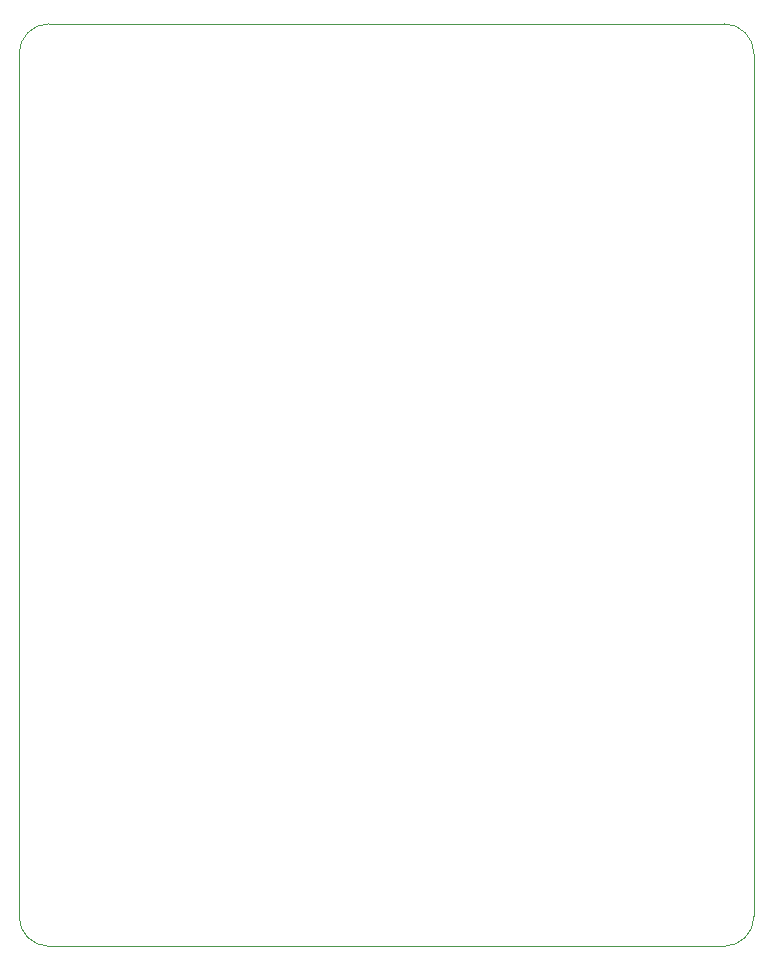
<source format=gbr>
G04 #@! TF.GenerationSoftware,KiCad,Pcbnew,(5.0.0)*
G04 #@! TF.CreationDate,2020-01-13T22:50:14+01:00*
G04 #@! TF.ProjectId,MPPT PCB,4D505054205043422E6B696361645F70,rev?*
G04 #@! TF.SameCoordinates,Original*
G04 #@! TF.FileFunction,Profile,NP*
%FSLAX46Y46*%
G04 Gerber Fmt 4.6, Leading zero omitted, Abs format (unit mm)*
G04 Created by KiCad (PCBNEW (5.0.0)) date 01/13/20 22:50:14*
%MOMM*%
%LPD*%
G01*
G04 APERTURE LIST*
%ADD10C,0.100000*%
G04 APERTURE END LIST*
D10*
X179070000Y-40005000D02*
X179070000Y-113030000D01*
X119380000Y-115570000D02*
G75*
G02X116840000Y-113030000I0J2540000D01*
G01*
X179070000Y-113030000D02*
G75*
G02X176530000Y-115570000I-2540000J0D01*
G01*
X176530000Y-37465000D02*
G75*
G02X179070000Y-40005000I0J-2540000D01*
G01*
X116840000Y-40005000D02*
G75*
G02X119380000Y-37465000I2540000J0D01*
G01*
X119380000Y-37465000D02*
X176530000Y-37465000D01*
X116840000Y-113030000D02*
X116840000Y-40005000D01*
X176530000Y-115570000D02*
X119380000Y-115570000D01*
M02*

</source>
